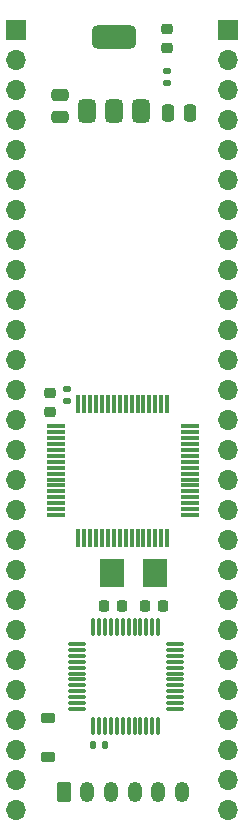
<source format=gts>
G04 #@! TF.GenerationSoftware,KiCad,Pcbnew,8.0.5*
G04 #@! TF.CreationDate,2024-10-01T14:56:49-07:00*
G04 #@! TF.ProjectId,gr25_nodes,67723235-5f6e-46f6-9465-732e6b696361,rev?*
G04 #@! TF.SameCoordinates,Original*
G04 #@! TF.FileFunction,Soldermask,Top*
G04 #@! TF.FilePolarity,Negative*
%FSLAX46Y46*%
G04 Gerber Fmt 4.6, Leading zero omitted, Abs format (unit mm)*
G04 Created by KiCad (PCBNEW 8.0.5) date 2024-10-01 14:56:49*
%MOMM*%
%LPD*%
G01*
G04 APERTURE LIST*
G04 Aperture macros list*
%AMRoundRect*
0 Rectangle with rounded corners*
0 $1 Rounding radius*
0 $2 $3 $4 $5 $6 $7 $8 $9 X,Y pos of 4 corners*
0 Add a 4 corners polygon primitive as box body*
4,1,4,$2,$3,$4,$5,$6,$7,$8,$9,$2,$3,0*
0 Add four circle primitives for the rounded corners*
1,1,$1+$1,$2,$3*
1,1,$1+$1,$4,$5*
1,1,$1+$1,$6,$7*
1,1,$1+$1,$8,$9*
0 Add four rect primitives between the rounded corners*
20,1,$1+$1,$2,$3,$4,$5,0*
20,1,$1+$1,$4,$5,$6,$7,0*
20,1,$1+$1,$6,$7,$8,$9,0*
20,1,$1+$1,$8,$9,$2,$3,0*%
G04 Aperture macros list end*
%ADD10RoundRect,0.218750X0.256250X-0.218750X0.256250X0.218750X-0.256250X0.218750X-0.256250X-0.218750X0*%
%ADD11RoundRect,0.250000X-0.475000X0.250000X-0.475000X-0.250000X0.475000X-0.250000X0.475000X0.250000X0*%
%ADD12RoundRect,0.375000X0.375000X-0.625000X0.375000X0.625000X-0.375000X0.625000X-0.375000X-0.625000X0*%
%ADD13RoundRect,0.500000X1.400000X-0.500000X1.400000X0.500000X-1.400000X0.500000X-1.400000X-0.500000X0*%
%ADD14RoundRect,0.135000X-0.185000X0.135000X-0.185000X-0.135000X0.185000X-0.135000X0.185000X0.135000X0*%
%ADD15R,2.000000X2.400000*%
%ADD16RoundRect,0.250000X-0.250000X-0.475000X0.250000X-0.475000X0.250000X0.475000X-0.250000X0.475000X0*%
%ADD17RoundRect,0.225000X-0.225000X-0.250000X0.225000X-0.250000X0.225000X0.250000X-0.225000X0.250000X0*%
%ADD18RoundRect,0.250000X-0.350000X-0.625000X0.350000X-0.625000X0.350000X0.625000X-0.350000X0.625000X0*%
%ADD19O,1.200000X1.750000*%
%ADD20RoundRect,0.225000X0.225000X0.250000X-0.225000X0.250000X-0.225000X-0.250000X0.225000X-0.250000X0*%
%ADD21RoundRect,0.225000X-0.375000X0.225000X-0.375000X-0.225000X0.375000X-0.225000X0.375000X0.225000X0*%
%ADD22RoundRect,0.075000X-0.075000X0.662500X-0.075000X-0.662500X0.075000X-0.662500X0.075000X0.662500X0*%
%ADD23RoundRect,0.075000X-0.662500X0.075000X-0.662500X-0.075000X0.662500X-0.075000X0.662500X0.075000X0*%
%ADD24RoundRect,0.075000X0.075000X-0.700000X0.075000X0.700000X-0.075000X0.700000X-0.075000X-0.700000X0*%
%ADD25RoundRect,0.075000X0.700000X-0.075000X0.700000X0.075000X-0.700000X0.075000X-0.700000X-0.075000X0*%
%ADD26RoundRect,0.218750X-0.256250X0.218750X-0.256250X-0.218750X0.256250X-0.218750X0.256250X0.218750X0*%
%ADD27RoundRect,0.135000X-0.135000X-0.185000X0.135000X-0.185000X0.135000X0.185000X-0.135000X0.185000X0*%
%ADD28R,1.700000X1.700000*%
%ADD29O,1.700000X1.700000*%
G04 APERTURE END LIST*
D10*
G04 #@! TO.C,D1*
X123500000Y-31287501D03*
X123500000Y-29712499D03*
G04 #@! TD*
D11*
G04 #@! TO.C,C7*
X114400000Y-35250000D03*
X114400000Y-37150000D03*
G04 #@! TD*
D12*
G04 #@! TO.C,U4*
X116700000Y-36650000D03*
X119000000Y-36649999D03*
D13*
X119000000Y-30350001D03*
D12*
X121300000Y-36650000D03*
G04 #@! TD*
D14*
G04 #@! TO.C,R3*
X123500000Y-33240000D03*
X123500000Y-34260000D03*
G04 #@! TD*
D15*
G04 #@! TO.C,Y1*
X122512501Y-75750000D03*
X118812499Y-75750000D03*
G04 #@! TD*
D16*
G04 #@! TO.C,C6*
X123550000Y-36750000D03*
X125450000Y-36750000D03*
G04 #@! TD*
D17*
G04 #@! TO.C,C9*
X121612500Y-78500000D03*
X123162500Y-78500000D03*
G04 #@! TD*
D18*
G04 #@! TO.C,J1*
X114750000Y-94300000D03*
D19*
X116750000Y-94300000D03*
X118750000Y-94300000D03*
X120750000Y-94300000D03*
X122750000Y-94300000D03*
X124750000Y-94300000D03*
G04 #@! TD*
D20*
G04 #@! TO.C,C10*
X119712500Y-78500000D03*
X118162500Y-78500000D03*
G04 #@! TD*
D21*
G04 #@! TO.C,D4*
X113400000Y-88050000D03*
X113400000Y-91350000D03*
G04 #@! TD*
D22*
G04 #@! TO.C,U5*
X122750000Y-80337500D03*
X122250000Y-80337500D03*
X121750000Y-80337500D03*
X121249999Y-80337500D03*
X120750000Y-80337500D03*
X120250000Y-80337500D03*
X119750000Y-80337500D03*
X119250000Y-80337500D03*
X118750001Y-80337500D03*
X118250000Y-80337500D03*
X117750000Y-80337500D03*
X117250000Y-80337500D03*
D23*
X115837500Y-81750000D03*
X115837500Y-82250000D03*
X115837500Y-82750000D03*
X115837500Y-83250001D03*
X115837500Y-83750000D03*
X115837500Y-84250000D03*
X115837500Y-84750000D03*
X115837500Y-85250000D03*
X115837500Y-85749999D03*
X115837500Y-86250000D03*
X115837500Y-86750000D03*
X115837500Y-87250000D03*
D22*
X117250000Y-88662500D03*
X117750000Y-88662500D03*
X118250000Y-88662500D03*
X118750001Y-88662500D03*
X119250000Y-88662500D03*
X119750000Y-88662500D03*
X120250000Y-88662500D03*
X120750000Y-88662500D03*
X121249999Y-88662500D03*
X121750000Y-88662500D03*
X122250000Y-88662500D03*
X122750000Y-88662500D03*
D23*
X124162500Y-87250000D03*
X124162500Y-86750000D03*
X124162500Y-86250000D03*
X124162500Y-85749999D03*
X124162500Y-85250000D03*
X124162500Y-84750000D03*
X124162500Y-84250000D03*
X124162500Y-83750000D03*
X124162500Y-83250001D03*
X124162500Y-82750000D03*
X124162500Y-82250000D03*
X124162500Y-81750000D03*
G04 #@! TD*
D14*
G04 #@! TO.C,R18*
X115000000Y-60190000D03*
X115000000Y-61210000D03*
G04 #@! TD*
D24*
G04 #@! TO.C,U1*
X116000001Y-72750000D03*
X116500000Y-72750000D03*
X117000000Y-72750000D03*
X117500000Y-72750000D03*
X118000000Y-72750000D03*
X118500001Y-72750000D03*
X119000000Y-72750000D03*
X119500000Y-72750000D03*
X120000000Y-72750000D03*
X120500000Y-72750000D03*
X120999999Y-72750000D03*
X121500000Y-72750000D03*
X122000000Y-72750000D03*
X122500000Y-72750000D03*
X123000000Y-72750000D03*
X123499999Y-72750000D03*
D25*
X125425000Y-70824999D03*
X125425000Y-70325000D03*
X125425000Y-69825000D03*
X125425000Y-69325000D03*
X125425000Y-68825000D03*
X125425000Y-68324999D03*
X125425000Y-67825000D03*
X125425000Y-67325000D03*
X125425000Y-66825000D03*
X125425000Y-66325000D03*
X125425000Y-65825001D03*
X125425000Y-65325000D03*
X125425000Y-64825000D03*
X125425000Y-64325000D03*
X125425000Y-63825000D03*
X125425000Y-63325001D03*
D24*
X123499999Y-61400000D03*
X123000000Y-61400000D03*
X122500000Y-61400000D03*
X122000000Y-61400000D03*
X121500000Y-61400000D03*
X120999999Y-61400000D03*
X120500000Y-61400000D03*
X120000000Y-61400000D03*
X119500000Y-61400000D03*
X119000000Y-61400000D03*
X118500001Y-61400000D03*
X118000000Y-61400000D03*
X117500000Y-61400000D03*
X117000000Y-61400000D03*
X116500000Y-61400000D03*
X116000001Y-61400000D03*
D25*
X114075000Y-63325001D03*
X114075000Y-63825000D03*
X114075000Y-64325000D03*
X114075000Y-64825000D03*
X114075000Y-65325000D03*
X114075000Y-65825001D03*
X114075000Y-66325000D03*
X114075000Y-66825000D03*
X114075000Y-67325000D03*
X114075000Y-67825000D03*
X114075000Y-68324999D03*
X114075000Y-68825000D03*
X114075000Y-69325000D03*
X114075000Y-69825000D03*
X114075000Y-70325000D03*
X114075000Y-70824999D03*
G04 #@! TD*
D26*
G04 #@! TO.C,D5*
X113600000Y-60512500D03*
X113600000Y-62087500D03*
G04 #@! TD*
D27*
G04 #@! TO.C,R12*
X117200000Y-90300000D03*
X118219998Y-90300000D03*
G04 #@! TD*
D28*
G04 #@! TO.C,J6*
X128700000Y-29760000D03*
D29*
X128700000Y-32300000D03*
X128700000Y-34839999D03*
X128700000Y-37380000D03*
X128700000Y-39920000D03*
X128700000Y-42460000D03*
X128700000Y-45000000D03*
X128700000Y-47540001D03*
X128700000Y-50080000D03*
X128700000Y-52620000D03*
X128700000Y-55160000D03*
X128700000Y-57699999D03*
X128700000Y-60240000D03*
X128700000Y-62780000D03*
X128700000Y-65320000D03*
X128700000Y-67859999D03*
X128700000Y-70400001D03*
X128700000Y-72940000D03*
X128700000Y-75480000D03*
X128700000Y-78020000D03*
X128700000Y-80559999D03*
X128700000Y-83100000D03*
X128700000Y-85640000D03*
X128700000Y-88180000D03*
X128700000Y-90719999D03*
X128700000Y-93260001D03*
X128700000Y-95800000D03*
G04 #@! TD*
D28*
G04 #@! TO.C,J7*
X110700000Y-29760000D03*
D29*
X110700000Y-32300000D03*
X110700000Y-34839999D03*
X110700000Y-37380000D03*
X110700000Y-39920000D03*
X110700000Y-42460000D03*
X110700000Y-45000000D03*
X110700000Y-47540001D03*
X110700000Y-50080000D03*
X110700000Y-52620000D03*
X110700000Y-55160000D03*
X110700000Y-57699999D03*
X110700000Y-60240000D03*
X110700000Y-62780000D03*
X110700000Y-65320000D03*
X110700000Y-67859999D03*
X110700000Y-70400001D03*
X110700000Y-72940000D03*
X110700000Y-75480000D03*
X110700000Y-78020000D03*
X110700000Y-80559999D03*
X110700000Y-83100000D03*
X110700000Y-85640000D03*
X110700000Y-88180000D03*
X110700000Y-90719999D03*
X110700000Y-93260001D03*
X110700000Y-95800000D03*
G04 #@! TD*
M02*

</source>
